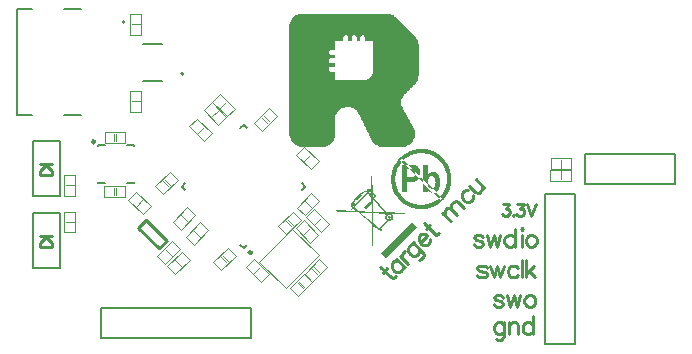
<source format=gto>
G04*
G04 #@! TF.GenerationSoftware,Altium Limited,Altium Designer,23.1.1 (15)*
G04*
G04 Layer_Color=65535*
%FSLAX25Y25*%
%MOIN*%
G70*
G04*
G04 #@! TF.SameCoordinates,C0A30D0B-07C8-471D-B3AC-2C571FC99935*
G04*
G04*
G04 #@! TF.FilePolarity,Positive*
G04*
G01*
G75*
%ADD10C,0.00984*%
%ADD11C,0.00787*%
%ADD12C,0.00394*%
%ADD13C,0.00500*%
%ADD14C,0.00200*%
%ADD15C,0.01000*%
G36*
X133238Y-52021D02*
X133418Y-52036D01*
X133627Y-52051D01*
X133882Y-52066D01*
X134152Y-52110D01*
X134437Y-52140D01*
X134752Y-52201D01*
X135411Y-52335D01*
X135756Y-52425D01*
X136101Y-52530D01*
X136446Y-52665D01*
X136790Y-52800D01*
X136805Y-52815D01*
X136865Y-52830D01*
X136970Y-52875D01*
X137105Y-52950D01*
X137255Y-53025D01*
X137450Y-53130D01*
X137660Y-53235D01*
X137885Y-53370D01*
X138125Y-53520D01*
X138379Y-53685D01*
X138649Y-53864D01*
X138919Y-54044D01*
X139459Y-54479D01*
X139983Y-54974D01*
X139998Y-54989D01*
X140043Y-55034D01*
X140118Y-55108D01*
X140208Y-55213D01*
X140328Y-55348D01*
X140463Y-55498D01*
X140598Y-55678D01*
X140763Y-55888D01*
X140928Y-56113D01*
X141107Y-56353D01*
X141287Y-56622D01*
X141467Y-56892D01*
X141647Y-57192D01*
X141827Y-57507D01*
X142142Y-58166D01*
X142157Y-58182D01*
X142172Y-58241D01*
X142217Y-58346D01*
X142262Y-58481D01*
X142322Y-58646D01*
X142397Y-58856D01*
X142472Y-59081D01*
X142546Y-59336D01*
X142606Y-59605D01*
X142681Y-59920D01*
X142756Y-60235D01*
X142816Y-60580D01*
X142861Y-60925D01*
X142906Y-61299D01*
X142921Y-61674D01*
X142936Y-62064D01*
Y-62094D01*
Y-62154D01*
Y-62274D01*
X142921Y-62409D01*
X142906Y-62603D01*
X142891Y-62813D01*
X142876Y-63053D01*
X142831Y-63323D01*
X142801Y-63623D01*
X142741Y-63923D01*
X142606Y-64582D01*
X142517Y-64927D01*
X142412Y-65272D01*
X142277Y-65617D01*
X142142Y-65961D01*
X142127Y-65976D01*
X142112Y-66036D01*
X142067Y-66141D01*
X141992Y-66261D01*
X141917Y-66426D01*
X141812Y-66606D01*
X141707Y-66816D01*
X141572Y-67041D01*
X141422Y-67280D01*
X141272Y-67535D01*
X141093Y-67805D01*
X140898Y-68075D01*
X140463Y-68629D01*
X139983Y-69169D01*
X139968Y-69184D01*
X139923Y-69229D01*
X139848Y-69304D01*
X139743Y-69394D01*
X139609Y-69514D01*
X139459Y-69649D01*
X139279Y-69799D01*
X139084Y-69949D01*
X138859Y-70129D01*
X138604Y-70308D01*
X138349Y-70488D01*
X138065Y-70668D01*
X137765Y-70833D01*
X137450Y-71013D01*
X136775Y-71328D01*
X136760Y-71343D01*
X136685Y-71358D01*
X136595Y-71403D01*
X136461Y-71448D01*
X136281Y-71508D01*
X136086Y-71568D01*
X135861Y-71643D01*
X135591Y-71702D01*
X135321Y-71777D01*
X135021Y-71852D01*
X134692Y-71912D01*
X134347Y-71972D01*
X133642Y-72062D01*
X133268Y-72077D01*
X132878Y-72092D01*
X132668D01*
X132518Y-72077D01*
X132338Y-72062D01*
X132128Y-72047D01*
X131874Y-72032D01*
X131604Y-72002D01*
X131319Y-71957D01*
X131004Y-71912D01*
X130345Y-71762D01*
X130000Y-71688D01*
X129655Y-71583D01*
X129310Y-71463D01*
X128966Y-71328D01*
X128951Y-71313D01*
X128891Y-71298D01*
X128786Y-71253D01*
X128666Y-71178D01*
X128501Y-71103D01*
X128321Y-71013D01*
X128111Y-70893D01*
X127886Y-70758D01*
X127646Y-70623D01*
X127392Y-70458D01*
X127122Y-70278D01*
X126852Y-70084D01*
X126582Y-69874D01*
X126312Y-69664D01*
X125773Y-69169D01*
X125758Y-69154D01*
X125713Y-69109D01*
X125638Y-69034D01*
X125548Y-68929D01*
X125428Y-68794D01*
X125293Y-68629D01*
X125143Y-68450D01*
X124993Y-68240D01*
X124813Y-68015D01*
X124633Y-67775D01*
X124454Y-67505D01*
X124274Y-67220D01*
X124109Y-66921D01*
X123929Y-66606D01*
X123614Y-65946D01*
X123599Y-65931D01*
X123584Y-65856D01*
X123539Y-65766D01*
X123494Y-65632D01*
X123434Y-65452D01*
X123374Y-65257D01*
X123299Y-65032D01*
X123224Y-64777D01*
X123149Y-64492D01*
X123074Y-64192D01*
X123014Y-63878D01*
X122955Y-63533D01*
X122865Y-62813D01*
X122850Y-62439D01*
X122835Y-62064D01*
Y-62034D01*
Y-61974D01*
Y-61854D01*
X122850Y-61704D01*
X122865Y-61524D01*
X122880Y-61314D01*
X122895Y-61060D01*
X122940Y-60790D01*
X122970Y-60505D01*
X123029Y-60190D01*
X123164Y-59546D01*
X123254Y-59201D01*
X123359Y-58856D01*
X123479Y-58511D01*
X123614Y-58166D01*
X123629Y-58152D01*
X123644Y-58091D01*
X123689Y-57987D01*
X123764Y-57852D01*
X123839Y-57702D01*
X123929Y-57522D01*
X124049Y-57312D01*
X124184Y-57087D01*
X124319Y-56832D01*
X124484Y-56578D01*
X124663Y-56323D01*
X124858Y-56053D01*
X125068Y-55768D01*
X125278Y-55498D01*
X125773Y-54974D01*
X125788Y-54959D01*
X125833Y-54914D01*
X125908Y-54839D01*
X126013Y-54749D01*
X126147Y-54629D01*
X126312Y-54494D01*
X126492Y-54344D01*
X126687Y-54179D01*
X126912Y-54014D01*
X127167Y-53834D01*
X127422Y-53654D01*
X127706Y-53475D01*
X128006Y-53295D01*
X128321Y-53115D01*
X128981Y-52800D01*
X128996Y-52785D01*
X129070Y-52770D01*
X129160Y-52725D01*
X129295Y-52680D01*
X129475Y-52620D01*
X129670Y-52545D01*
X129910Y-52470D01*
X130165Y-52395D01*
X130435Y-52335D01*
X130749Y-52260D01*
X131064Y-52185D01*
X131409Y-52126D01*
X132128Y-52036D01*
X132503Y-52021D01*
X132878Y-52006D01*
X133088D01*
X133238Y-52021D01*
D02*
G37*
G36*
X116617Y-61303D02*
X116672Y-66464D01*
X116708Y-66428D01*
X117880Y-67600D01*
X117081Y-68399D01*
X121051Y-73206D01*
X127439Y-73451D01*
X127403Y-73869D01*
X123050Y-73697D01*
X123159Y-73806D01*
X123178Y-73824D01*
X123232Y-73878D01*
X123287Y-73969D01*
X123368Y-74087D01*
X123441Y-74233D01*
X123505Y-74387D01*
X123550Y-74578D01*
X123559Y-74787D01*
Y-74805D01*
Y-74878D01*
X123532Y-74978D01*
X123505Y-75114D01*
X123450Y-75260D01*
X123387Y-75414D01*
X123296Y-75577D01*
X123159Y-75732D01*
X123105Y-75787D01*
X123059Y-75814D01*
X122941Y-75896D01*
X122787Y-75995D01*
X122596Y-76077D01*
X122369Y-76123D01*
X122251Y-76150D01*
X122124D01*
X121996Y-76132D01*
X121860Y-76104D01*
X119470Y-78494D01*
X119925Y-78949D01*
X119343Y-79530D01*
X118889Y-79076D01*
X118861Y-79085D01*
X118834Y-79094D01*
X118780Y-79112D01*
X118762D01*
X118716Y-79103D01*
X118652Y-79076D01*
X118580Y-79021D01*
X118571Y-79012D01*
X118544Y-79003D01*
X118525Y-78985D01*
X118480Y-78958D01*
X118425Y-78903D01*
X118353Y-78849D01*
X118262Y-78758D01*
X118253Y-78749D01*
X118216Y-78712D01*
X118162Y-78658D01*
X118080Y-78594D01*
X117980Y-78512D01*
X117880Y-78412D01*
X117753Y-78322D01*
X117626Y-78212D01*
X116772Y-77486D01*
X116844Y-84337D01*
X116463Y-84355D01*
X116381Y-77168D01*
X111802Y-73242D01*
X104869Y-72979D01*
X104405Y-72515D01*
X111275Y-72788D01*
X110157Y-71870D01*
X109712Y-72316D01*
X109348Y-71952D01*
X109693Y-71607D01*
Y-71589D01*
X109675Y-71570D01*
Y-71534D01*
X109666Y-71489D01*
X109639Y-71425D01*
X109621Y-71334D01*
X109584Y-71225D01*
Y-71207D01*
X109575Y-71162D01*
X109566Y-71080D01*
X109557Y-70980D01*
X109566Y-70844D01*
X109593Y-70671D01*
X109630Y-70471D01*
X109693Y-70244D01*
X109466Y-70017D01*
X110066Y-69417D01*
X110111Y-69462D01*
X110120Y-69453D01*
X110139Y-69417D01*
X110175Y-69381D01*
X110211Y-69326D01*
X110266Y-69253D01*
X110311Y-69172D01*
X110448Y-68999D01*
X110457Y-68990D01*
X110475Y-68954D01*
X110520Y-68908D01*
X110575Y-68836D01*
X110638Y-68754D01*
X110711Y-68663D01*
X110875Y-68463D01*
X110775Y-68363D01*
X112383Y-66755D01*
X112537Y-66909D01*
X112565Y-66882D01*
X112610Y-66855D01*
X112674Y-66809D01*
X112737Y-66764D01*
X112810Y-66709D01*
X112992Y-66582D01*
X113201Y-66446D01*
X113419Y-66319D01*
X113646Y-66219D01*
X113846Y-66146D01*
X113873Y-66137D01*
X113937Y-66128D01*
X114037Y-66101D01*
X114155Y-66073D01*
X114436Y-66028D01*
X114573Y-66019D01*
X114709Y-66028D01*
Y-66010D01*
Y-65973D01*
Y-65919D01*
X114718Y-65837D01*
X114727Y-65755D01*
X114754Y-65655D01*
X114800Y-65555D01*
X114873Y-65464D01*
X114900Y-65437D01*
X114945Y-65410D01*
X115000Y-65374D01*
X115063Y-65346D01*
X115136Y-65310D01*
X115227Y-65292D01*
X115327Y-65283D01*
X115345D01*
X115372Y-65274D01*
X115418Y-65283D01*
X115481Y-65292D01*
X115636Y-65337D01*
X115709Y-65392D01*
X115781Y-65446D01*
X115790Y-65455D01*
X115808Y-65474D01*
X115836Y-65519D01*
X115872Y-65574D01*
X115899Y-65637D01*
X115936Y-65710D01*
X115954Y-65801D01*
X115963Y-65901D01*
Y-65919D01*
Y-65937D01*
X115954Y-66000D01*
X115936Y-66055D01*
X115918Y-66128D01*
X115890Y-66210D01*
X115836Y-66282D01*
X115772Y-66364D01*
X115754Y-66382D01*
X115690Y-66428D01*
X115600Y-66482D01*
X115481Y-66509D01*
X116008Y-67127D01*
X116254Y-66882D01*
X116199Y-60885D01*
X116617Y-61303D01*
D02*
G37*
G36*
X131328Y-78104D02*
X121070Y-88362D01*
X119543Y-86835D01*
X129801Y-76577D01*
X131328Y-78104D01*
D02*
G37*
%LPC*%
G36*
X128696Y-57267D02*
X127510D01*
X129097Y-58856D01*
X129790D01*
X129925Y-58871D01*
X130000Y-58886D01*
X130030Y-58901D01*
X130180Y-58946D01*
X130315Y-59006D01*
X130435Y-59066D01*
X130540Y-59126D01*
X130614Y-59186D01*
X128696Y-57267D01*
D02*
G37*
G36*
X129097Y-58856D02*
X128141D01*
Y-61449D01*
X129160D01*
X129325Y-61434D01*
X129535D01*
X129745Y-61419D01*
X129955Y-61389D01*
X130135Y-61359D01*
X130195Y-61344D01*
X130255Y-61314D01*
X130270D01*
X130300Y-61284D01*
X130360Y-61254D01*
X130435Y-61209D01*
X130509Y-61134D01*
X130599Y-61060D01*
X130689Y-60970D01*
X130764Y-60850D01*
X130779Y-60835D01*
X130794Y-60805D01*
X130824Y-60745D01*
X130854Y-60655D01*
X130864Y-60625D01*
X129097Y-58856D01*
D02*
G37*
G36*
X136386Y-61075D02*
X136281D01*
X136176Y-61105D01*
X136041Y-61134D01*
X135891Y-61194D01*
X135741Y-61269D01*
X135606Y-61389D01*
X135486Y-61539D01*
X135471Y-61569D01*
X135426Y-61629D01*
X135351Y-61749D01*
X135276Y-61914D01*
X135201Y-62124D01*
X135126Y-62379D01*
X135082Y-62678D01*
X135066Y-63023D01*
Y-63038D01*
Y-63068D01*
Y-63128D01*
Y-63188D01*
X135082Y-63278D01*
Y-63383D01*
X135111Y-63608D01*
X135122Y-63693D01*
X136669Y-65240D01*
X136715Y-65227D01*
X136850Y-65167D01*
X136985Y-65077D01*
X137120Y-64957D01*
X137255Y-64792D01*
X137270Y-64777D01*
X137315Y-64702D01*
X137375Y-64597D01*
X137435Y-64432D01*
X137510Y-64208D01*
X137540Y-64087D01*
X137570Y-63938D01*
X137600Y-63773D01*
X137615Y-63608D01*
X137630Y-63413D01*
X137645Y-63203D01*
Y-63188D01*
Y-63158D01*
Y-63098D01*
Y-63008D01*
X137630Y-62918D01*
Y-62813D01*
X137600Y-62559D01*
X137555Y-62289D01*
X137480Y-62004D01*
X137390Y-61749D01*
X137330Y-61644D01*
X137255Y-61539D01*
X137240Y-61524D01*
X137195Y-61464D01*
X137135Y-61389D01*
X137030Y-61299D01*
X136910Y-61225D01*
X136760Y-61150D01*
X136581Y-61089D01*
X136386Y-61075D01*
D02*
G37*
G36*
X133613Y-62184D02*
Y-63377D01*
X136943Y-66711D01*
X136985D01*
X137165Y-66681D01*
X137315Y-66636D01*
X137465Y-66576D01*
X137750Y-66426D01*
X137812Y-66383D01*
X136669Y-65240D01*
X136610Y-65257D01*
X136521Y-65272D01*
X136461Y-65287D01*
X136311D01*
X136191Y-65272D01*
X135981Y-65212D01*
X135786Y-65092D01*
X135636Y-64972D01*
X135516Y-64837D01*
X135441Y-64732D01*
X135381Y-64642D01*
X135366Y-64627D01*
Y-64612D01*
X135261Y-64387D01*
X135186Y-64132D01*
X135141Y-63863D01*
X135122Y-63693D01*
X133613Y-62184D01*
D02*
G37*
G36*
X133208Y-53430D02*
X132698D01*
X132578Y-53445D01*
X132413D01*
X132233Y-53460D01*
X132024Y-53490D01*
X131784Y-53520D01*
X131544Y-53550D01*
X131274Y-53595D01*
X130704Y-53715D01*
X130105Y-53894D01*
X129805Y-53999D01*
X129505Y-54119D01*
X129490D01*
X129430Y-54149D01*
X129355Y-54194D01*
X129235Y-54239D01*
X129101Y-54314D01*
X128936Y-54389D01*
X128756Y-54494D01*
X128561Y-54599D01*
X128141Y-54869D01*
X127676Y-55184D01*
X127197Y-55543D01*
X127080Y-55652D01*
X128696Y-57267D01*
X129595D01*
X129895Y-57282D01*
X130210Y-57297D01*
X130525Y-57327D01*
X130659Y-57342D01*
X130794Y-57357D01*
X130899Y-57372D01*
X130989Y-57402D01*
X131004D01*
X131019Y-57417D01*
X131109Y-57447D01*
X131244Y-57507D01*
X131394Y-57597D01*
X131574Y-57717D01*
X131769Y-57882D01*
X131949Y-58062D01*
X132114Y-58301D01*
Y-58316D01*
X132128Y-58331D01*
X132158Y-58376D01*
X132188Y-58436D01*
X132218Y-58511D01*
X132248Y-58601D01*
X132338Y-58811D01*
X132413Y-59066D01*
X132488Y-59381D01*
X132533Y-59725D01*
X132548Y-60115D01*
Y-60130D01*
Y-60160D01*
Y-60205D01*
Y-60265D01*
X132533Y-60415D01*
X132518Y-60625D01*
X132488Y-60850D01*
X132455Y-61026D01*
X130719Y-59291D01*
X130794Y-59441D01*
X130839Y-59591D01*
X130884Y-59740D01*
X130899Y-59875D01*
X130914Y-59980D01*
X130929Y-60070D01*
Y-60130D01*
Y-60145D01*
Y-60295D01*
X130899Y-60445D01*
X130884Y-60565D01*
X130864Y-60625D01*
X132126Y-61888D01*
X132128Y-61884D01*
X132203Y-61764D01*
X132263Y-61659D01*
X132293Y-61599D01*
X132308Y-61569D01*
X132383Y-61344D01*
X132443Y-61089D01*
X132455Y-61026D01*
X133613Y-62184D01*
Y-57267D01*
X135126D01*
Y-60610D01*
X135141Y-60595D01*
X135156Y-60565D01*
X135201Y-60520D01*
X135246Y-60460D01*
X135396Y-60310D01*
X135606Y-60130D01*
X135846Y-59965D01*
X136131Y-59815D01*
X136281Y-59755D01*
X136446Y-59711D01*
X136610Y-59680D01*
X136895D01*
X136970Y-59696D01*
X137060Y-59711D01*
X137165Y-59725D01*
X137405Y-59785D01*
X137675Y-59890D01*
X137810Y-59965D01*
X137960Y-60040D01*
X138094Y-60145D01*
X138244Y-60265D01*
X138379Y-60400D01*
X138499Y-60550D01*
X138514Y-60565D01*
X138529Y-60595D01*
X138559Y-60640D01*
X138604Y-60715D01*
X138649Y-60805D01*
X138709Y-60925D01*
X138769Y-61045D01*
X138844Y-61209D01*
X138904Y-61374D01*
X138964Y-61569D01*
X139024Y-61779D01*
X139069Y-62004D01*
X139114Y-62259D01*
X139144Y-62529D01*
X139174Y-62813D01*
Y-63128D01*
Y-63143D01*
Y-63203D01*
Y-63293D01*
X139159Y-63413D01*
Y-63563D01*
X139144Y-63728D01*
X139114Y-63908D01*
X139084Y-64103D01*
X139009Y-64537D01*
X138874Y-64972D01*
X138709Y-65407D01*
X138589Y-65601D01*
X138469Y-65781D01*
X138454Y-65796D01*
X138439Y-65826D01*
X138394Y-65871D01*
X138349Y-65931D01*
X138199Y-66081D01*
X137989Y-66261D01*
X137812Y-66383D01*
X139278Y-67849D01*
X139384Y-67730D01*
X139504Y-67565D01*
X139638Y-67400D01*
X139788Y-67206D01*
X139938Y-66996D01*
X140088Y-66771D01*
X140238Y-66516D01*
X140553Y-65991D01*
X140823Y-65422D01*
X140838Y-65407D01*
X140853Y-65347D01*
X140883Y-65257D01*
X140928Y-65152D01*
X140988Y-65002D01*
X141048Y-64822D01*
X141107Y-64627D01*
X141167Y-64402D01*
X141227Y-64162D01*
X141287Y-63908D01*
X141347Y-63623D01*
X141407Y-63338D01*
X141482Y-62708D01*
X141512Y-62394D01*
Y-62064D01*
Y-62049D01*
Y-61989D01*
Y-61884D01*
X141497Y-61764D01*
Y-61599D01*
X141482Y-61419D01*
X141452Y-61209D01*
X141422Y-60970D01*
X141392Y-60730D01*
X141347Y-60460D01*
X141227Y-59890D01*
X141048Y-59306D01*
X140943Y-59006D01*
X140823Y-58706D01*
X140808Y-58691D01*
X140793Y-58631D01*
X140748Y-58556D01*
X140703Y-58436D01*
X140628Y-58301D01*
X140538Y-58152D01*
X140448Y-57972D01*
X140328Y-57777D01*
X140073Y-57342D01*
X139758Y-56877D01*
X139384Y-56413D01*
X138979Y-55963D01*
X138964Y-55948D01*
X138934Y-55918D01*
X138859Y-55843D01*
X138784Y-55768D01*
X138664Y-55678D01*
X138529Y-55558D01*
X138379Y-55423D01*
X138214Y-55288D01*
X138020Y-55154D01*
X137810Y-55004D01*
X137585Y-54839D01*
X137345Y-54689D01*
X136820Y-54389D01*
X136251Y-54119D01*
X136236Y-54104D01*
X136176Y-54089D01*
X136086Y-54059D01*
X135981Y-54014D01*
X135831Y-53954D01*
X135651Y-53894D01*
X135456Y-53834D01*
X135231Y-53774D01*
X134992Y-53715D01*
X134737Y-53654D01*
X134452Y-53595D01*
X134152Y-53535D01*
X133537Y-53460D01*
X133208Y-53430D01*
D02*
G37*
G36*
X139278Y-67849D02*
X139264Y-67865D01*
X139174Y-67970D01*
X139084Y-68060D01*
X139024Y-68120D01*
X138994Y-68165D01*
X138979Y-68180D01*
X138685Y-68454D01*
X139294Y-69064D01*
X139893Y-68465D01*
X139278Y-67849D01*
D02*
G37*
G36*
X126477Y-55049D02*
X125893Y-55648D01*
X126490Y-56246D01*
X126462Y-56278D01*
X126342Y-56413D01*
X126222Y-56563D01*
X126087Y-56742D01*
X125938Y-56937D01*
X125788Y-57147D01*
X125638Y-57372D01*
X125488Y-57612D01*
X125188Y-58136D01*
X124918Y-58706D01*
Y-58721D01*
X124888Y-58781D01*
X124858Y-58856D01*
X124813Y-58976D01*
X124768Y-59126D01*
X124708Y-59291D01*
X124648Y-59501D01*
X124589Y-59711D01*
X124529Y-59950D01*
X124469Y-60220D01*
X124409Y-60490D01*
X124364Y-60790D01*
X124289Y-61404D01*
X124274Y-61734D01*
X124259Y-62064D01*
Y-62079D01*
Y-62139D01*
Y-62244D01*
X124274Y-62364D01*
Y-62529D01*
X124289Y-62708D01*
X124319Y-62918D01*
X124349Y-63143D01*
X124379Y-63398D01*
X124424Y-63668D01*
X124543Y-64223D01*
X124708Y-64822D01*
X124798Y-65122D01*
X124918Y-65422D01*
X124933Y-65437D01*
X124948Y-65497D01*
X124993Y-65572D01*
X125038Y-65692D01*
X125113Y-65826D01*
X125188Y-65991D01*
X125293Y-66171D01*
X125398Y-66366D01*
X125668Y-66786D01*
X125968Y-67250D01*
X126342Y-67730D01*
X126747Y-68180D01*
X126762Y-68195D01*
X126807Y-68225D01*
X126867Y-68285D01*
X126957Y-68375D01*
X127062Y-68465D01*
X127197Y-68585D01*
X127362Y-68704D01*
X127526Y-68854D01*
X127721Y-68989D01*
X127931Y-69139D01*
X128156Y-69304D01*
X128411Y-69454D01*
X128936Y-69754D01*
X129505Y-70024D01*
X129520D01*
X129580Y-70054D01*
X129670Y-70084D01*
X129775Y-70129D01*
X129925Y-70174D01*
X130105Y-70234D01*
X130300Y-70293D01*
X130525Y-70353D01*
X130764Y-70413D01*
X131034Y-70473D01*
X131304Y-70533D01*
X131604Y-70578D01*
X132218Y-70653D01*
X132548Y-70668D01*
X132878Y-70683D01*
X133058D01*
X133178Y-70668D01*
X133343D01*
X133522Y-70653D01*
X133732Y-70623D01*
X133972Y-70593D01*
X134212Y-70563D01*
X134482Y-70518D01*
X135052Y-70398D01*
X135651Y-70234D01*
X135951Y-70144D01*
X136251Y-70024D01*
X136266Y-70009D01*
X136326Y-69994D01*
X136401Y-69949D01*
X136521Y-69904D01*
X136655Y-69829D01*
X136820Y-69754D01*
X137000Y-69649D01*
X137195Y-69544D01*
X137615Y-69274D01*
X138080Y-68959D01*
X138529Y-68599D01*
X138685Y-68454D01*
X136943Y-66711D01*
X136730D01*
X136640Y-66696D01*
X136505Y-66666D01*
X136356Y-66636D01*
X136191Y-66591D01*
X136011Y-66516D01*
X135831Y-66411D01*
X135816Y-66396D01*
X135756Y-66366D01*
X135681Y-66291D01*
X135561Y-66201D01*
X135441Y-66081D01*
X135306Y-65931D01*
X135171Y-65766D01*
X135021Y-65557D01*
Y-66546D01*
X133613D01*
Y-63377D01*
X132126Y-61888D01*
X132038Y-62019D01*
X131919Y-62169D01*
X131799Y-62319D01*
X131649Y-62469D01*
X131634Y-62484D01*
X131589Y-62514D01*
X131514Y-62574D01*
X131424Y-62634D01*
X131304Y-62708D01*
X131169Y-62783D01*
X131004Y-62843D01*
X130824Y-62903D01*
X130809D01*
X130734Y-62918D01*
X130614Y-62933D01*
X130450Y-62963D01*
X130210Y-62978D01*
X130075Y-62993D01*
X129925Y-63008D01*
X129760D01*
X129580Y-63023D01*
X128141D01*
Y-66546D01*
X126552D01*
Y-57267D01*
X127510D01*
X126490Y-56246D01*
X126552Y-56173D01*
X126642Y-56083D01*
X126702Y-56023D01*
X126732Y-55978D01*
X126747Y-55963D01*
X127080Y-55652D01*
X126477Y-55049D01*
D02*
G37*
G36*
X116672Y-66991D02*
X116690Y-67936D01*
X116853Y-68099D01*
X117317Y-67636D01*
X116672Y-66991D01*
D02*
G37*
G36*
X112365Y-67300D02*
X111338Y-68327D01*
X111592Y-68581D01*
X112619Y-67554D01*
X112365Y-67300D01*
D02*
G37*
G36*
X114564Y-66428D02*
X114446Y-66437D01*
X114382Y-66446D01*
X114291Y-66464D01*
X114282Y-66473D01*
X114246D01*
X114200Y-66482D01*
X114137Y-66509D01*
X114046Y-66546D01*
X113946Y-66573D01*
X113837Y-66628D01*
X113700Y-66691D01*
X113691Y-66700D01*
X113637Y-66718D01*
X113555Y-66764D01*
X113464Y-66818D01*
X113337Y-66891D01*
X113192Y-66982D01*
X113028Y-67091D01*
X112846Y-67218D01*
X113146Y-67518D01*
X111538Y-69126D01*
X111211Y-68799D01*
X111120Y-68890D01*
X111029Y-68999D01*
X110920Y-69126D01*
X110793Y-69290D01*
X110666Y-69453D01*
X110547Y-69626D01*
X110448Y-69799D01*
X110975Y-70326D01*
X114827Y-66473D01*
X114818Y-66464D01*
X114782D01*
X114727Y-66446D01*
X114646Y-66437D01*
X114627D01*
X114564Y-66428D01*
D02*
G37*
G36*
X115209Y-66818D02*
X110475Y-71552D01*
X111992Y-72834D01*
X116354Y-73015D01*
X116326Y-70462D01*
X114564Y-72225D01*
X113891Y-71552D01*
X115899Y-69544D01*
X116281Y-69926D01*
X116290Y-68299D01*
X115563Y-67572D01*
X115727Y-67409D01*
X115209Y-66818D01*
D02*
G37*
G36*
X110057Y-70607D02*
X110048Y-70616D01*
Y-70653D01*
X110030Y-70707D01*
X110020Y-70771D01*
X109993Y-70907D01*
Y-70980D01*
Y-71052D01*
X110002Y-71080D01*
X110011Y-71125D01*
X110030Y-71198D01*
X110057Y-71243D01*
X110375Y-70925D01*
X110057Y-70607D01*
D02*
G37*
G36*
X116690Y-68699D02*
X116735Y-73033D01*
X120524Y-73170D01*
X116763Y-68717D01*
X116735Y-68745D01*
X116690Y-68699D01*
D02*
G37*
G36*
X122187Y-74051D02*
X122078D01*
X122005Y-74069D01*
X121924Y-74097D01*
X121842Y-74124D01*
X121751Y-74178D01*
X121669Y-74242D01*
X121633Y-74278D01*
X121606Y-74324D01*
X121569Y-74378D01*
X121524Y-74460D01*
X121497Y-74560D01*
X121469Y-74660D01*
X121460Y-74778D01*
Y-74796D01*
Y-74832D01*
X121469Y-74896D01*
X121478Y-74960D01*
X121506Y-75041D01*
X121542Y-75132D01*
X121597Y-75223D01*
X121660Y-75305D01*
X121669Y-75314D01*
X121696Y-75341D01*
X121751Y-75378D01*
X121806Y-75414D01*
X121887Y-75459D01*
X121978Y-75496D01*
X122078Y-75523D01*
X122196Y-75532D01*
X122251D01*
X122305Y-75514D01*
X122378Y-75496D01*
X122469Y-75478D01*
X122551Y-75432D01*
X122641Y-75378D01*
X122732Y-75305D01*
X122769Y-75269D01*
X122796Y-75223D01*
X122841Y-75160D01*
X122878Y-75087D01*
X122905Y-75005D01*
X122932Y-74905D01*
Y-74796D01*
Y-74778D01*
Y-74742D01*
X122914Y-74687D01*
X122905Y-74605D01*
X122878Y-74524D01*
X122832Y-74442D01*
X122778Y-74351D01*
X122705Y-74260D01*
X122696Y-74251D01*
X122669Y-74224D01*
X122623Y-74196D01*
X122560Y-74151D01*
X122487Y-74115D01*
X122396Y-74078D01*
X122305Y-74060D01*
X122187Y-74051D01*
D02*
G37*
G36*
X112501Y-73288D02*
X116372Y-76559D01*
X116354Y-73415D01*
X112501Y-73288D01*
D02*
G37*
G36*
X116735Y-73433D02*
X116808Y-76886D01*
X118725Y-78549D01*
X121388Y-75886D01*
X121378Y-75877D01*
X121360Y-75859D01*
X121306Y-75823D01*
X121297Y-75814D01*
X121279Y-75796D01*
X121215Y-75750D01*
X121206Y-75741D01*
X121197Y-75732D01*
X121151Y-75687D01*
X121088Y-75605D01*
X121015Y-75496D01*
X120951Y-75359D01*
X120879Y-75214D01*
X120833Y-75041D01*
X120815Y-74860D01*
Y-74841D01*
Y-74769D01*
X120833Y-74678D01*
X120851Y-74551D01*
X120888Y-74405D01*
X120951Y-74251D01*
X121042Y-74087D01*
X121151Y-73924D01*
X120879Y-73597D01*
X116735Y-73433D01*
D02*
G37*
%LPD*%
G36*
X122305Y-74351D02*
X122396Y-74387D01*
X122505Y-74460D01*
X122514Y-74469D01*
X122551Y-74505D01*
X122587Y-74578D01*
X122632Y-74660D01*
X122660Y-74760D01*
Y-74869D01*
X122623Y-74996D01*
X122551Y-75123D01*
X122532Y-75141D01*
X122451Y-75187D01*
X122342Y-75241D01*
X122278Y-75250D01*
X122196Y-75260D01*
X122187Y-75250D01*
X122160Y-75260D01*
X122069Y-75241D01*
X121960Y-75205D01*
X121896Y-75160D01*
X121842Y-75123D01*
X121833Y-75114D01*
X121824Y-75105D01*
X121787Y-75032D01*
X121742Y-74932D01*
X121733Y-74869D01*
Y-74796D01*
X121742Y-74787D01*
X121733Y-74760D01*
X121760Y-74678D01*
X121806Y-74578D01*
X121887Y-74460D01*
X121905Y-74442D01*
X121969Y-74396D01*
X122069Y-74351D01*
X122196Y-74333D01*
X122232D01*
X122305Y-74351D01*
D02*
G37*
D10*
X24114Y-49606D02*
G03*
X24114Y-49606I-492J0D01*
G01*
X76405Y-86595D02*
G03*
X76405Y-86595I-492J0D01*
G01*
D11*
X34039Y-9736D02*
G03*
X34039Y-9736I-394J0D01*
G01*
X53661Y-26949D02*
G03*
X53661Y-26949I-394J0D01*
G01*
X174134Y-117205D02*
X184134D01*
X174134D02*
Y-67205D01*
X184134Y-117205D02*
Y-67205D01*
X174134D02*
X184134D01*
X187362Y-63661D02*
X217362D01*
Y-53661D01*
X187362D02*
X217362D01*
X187362Y-63661D02*
Y-53661D01*
X76024Y-115236D02*
Y-105236D01*
X26024Y-115236D02*
X76024D01*
X26024Y-105236D02*
X76024D01*
X26024Y-115236D02*
Y-105236D01*
X25000Y-63386D02*
Y-62992D01*
X25000Y-63386D02*
X27559D01*
X25000Y-50787D02*
X27559D01*
X25000Y-51181D02*
Y-50787D01*
X34646D02*
X37205D01*
X37205Y-51181D02*
Y-50787D01*
Y-63386D02*
Y-62992D01*
X34646Y-63386D02*
X37205D01*
X73686Y-85203D02*
X74869Y-84020D01*
X72503D02*
X73686Y-85203D01*
X53085Y-64602D02*
X54268Y-65786D01*
X53085Y-64602D02*
X54268Y-63419D01*
X72503Y-45185D02*
X73686Y-44002D01*
X74869Y-45185D01*
X93104Y-65786D02*
X94287Y-64602D01*
X93104Y-63419D02*
X94287Y-64602D01*
X5874Y-84677D02*
X9874D01*
X3347Y-91831D02*
X12402D01*
X3347Y-73524D02*
X12402D01*
Y-91831D02*
Y-73524D01*
X3347Y-91831D02*
Y-73524D01*
X5874Y-60661D02*
X9874D01*
X3347Y-67815D02*
X12402D01*
X3347Y-49508D02*
X12402D01*
Y-67815D02*
Y-49508D01*
X3347Y-67815D02*
Y-49508D01*
D12*
X179400Y-62178D02*
Y-59422D01*
X182845Y-62670D02*
Y-58930D01*
X175955D02*
X182845D01*
X175955Y-62670D02*
X182845D01*
X175955D02*
Y-58930D01*
X179425Y-58378D02*
Y-55622D01*
X182870Y-58870D02*
Y-55130D01*
X175980D02*
X182870D01*
X175980Y-58870D02*
X182870D01*
X175980D02*
Y-55130D01*
X30315Y-67323D02*
Y-64961D01*
X27264Y-68012D02*
Y-64272D01*
Y-68012D02*
X34154D01*
X27264Y-64272D02*
X34154D01*
Y-68012D02*
Y-64272D01*
X31102Y-67323D02*
Y-64961D01*
X35879Y-39665D02*
X39620D01*
Y-32776D01*
X35879Y-39665D02*
Y-32776D01*
X39620D01*
X36372Y-36220D02*
X39128D01*
X35879Y-7087D02*
X39620D01*
X35879Y-13976D02*
Y-7087D01*
X39620Y-13976D02*
Y-7087D01*
X35879Y-13976D02*
X39620D01*
X36372Y-10531D02*
X39128D01*
X38002Y-71053D02*
X39951Y-69104D01*
X40090Y-73837D02*
X42735Y-71192D01*
X37863Y-66321D02*
X42735Y-71192D01*
X35218Y-68965D02*
X40090Y-73837D01*
X35218Y-68965D02*
X37863Y-66321D01*
X31201Y-49311D02*
Y-46949D01*
X34252Y-50000D02*
Y-46260D01*
X27362D02*
X34252D01*
X27362Y-50000D02*
X34252D01*
X27362D02*
Y-46260D01*
X30413Y-49311D02*
Y-46949D01*
X74490Y-91406D02*
X77135Y-88762D01*
X74490Y-91406D02*
X79362Y-96278D01*
X77135Y-88762D02*
X82006Y-93633D01*
X79362Y-96278D02*
X82006Y-93633D01*
X77274Y-93494D02*
X79222Y-91545D01*
X13878Y-79823D02*
X17618D01*
Y-72933D01*
X13878Y-79823D02*
Y-72933D01*
X17618D01*
X14370Y-76378D02*
X17126D01*
X13878Y-67618D02*
X17618D01*
Y-60728D01*
X13878Y-67618D02*
Y-60728D01*
X17618D01*
X14370Y-64173D02*
X17126D01*
X91124Y-54005D02*
X93768Y-51360D01*
X91124Y-54005D02*
X95995Y-58876D01*
X93768Y-51360D02*
X98640Y-56232D01*
X95995Y-58876D02*
X98640Y-56232D01*
X93907Y-56093D02*
X95856Y-54144D01*
X63140Y-36356D02*
X65785Y-33711D01*
X63140Y-36356D02*
X68012Y-41227D01*
X65785Y-33711D02*
X70657Y-38583D01*
X68012Y-41227D02*
X70657Y-38583D01*
X65924Y-38443D02*
X67873Y-36495D01*
X49834Y-82856D02*
X52479Y-85501D01*
X44962Y-87728D02*
X49834Y-82856D01*
X47607Y-90372D02*
X52479Y-85501D01*
X44962Y-87728D02*
X47607Y-90372D01*
X47746Y-85640D02*
X49695Y-87589D01*
X54952Y-71439D02*
X57597Y-74083D01*
X50080Y-76310D02*
X54952Y-71439D01*
X52725Y-78955D02*
X57597Y-74083D01*
X50080Y-76310D02*
X52725Y-78955D01*
X52864Y-74222D02*
X54813Y-76171D01*
X80447Y-41209D02*
X82117Y-42880D01*
Y-38565D02*
X84762Y-41209D01*
X77246Y-43436D02*
X82117Y-38565D01*
X79890Y-46081D02*
X84762Y-41209D01*
X77246Y-43436D02*
X79890Y-46081D01*
Y-41766D02*
X81561Y-43436D01*
X66111Y-88223D02*
X67781Y-89893D01*
X63466D02*
X66111Y-92538D01*
X70983Y-87666D01*
X63466Y-89893D02*
X68338Y-85021D01*
X70983Y-87666D01*
X66668D02*
X68338Y-89336D01*
X48179Y-91203D02*
X50824Y-93848D01*
X55696Y-88976D01*
X48179Y-91203D02*
X53051Y-86332D01*
X55696Y-88976D01*
X50963Y-89116D02*
X52912Y-91064D01*
X91419Y-71586D02*
X94064Y-74231D01*
X98935Y-69359D01*
X91419Y-71586D02*
X96291Y-66714D01*
X98935Y-69359D01*
X94203Y-69498D02*
X96152Y-71447D01*
X94569Y-74871D02*
X97213Y-72226D01*
X94569Y-74871D02*
X99440Y-79742D01*
X97213Y-72226D02*
X102085Y-77098D01*
X99440Y-79742D02*
X102085Y-77098D01*
X97352Y-76959D02*
X99301Y-75010D01*
X65256Y-43983D02*
X67901Y-41339D01*
X63029Y-36467D02*
X67901Y-41339D01*
X60384Y-39112D02*
X65256Y-43983D01*
X60384Y-39112D02*
X63029Y-36467D01*
X63168Y-41199D02*
X65117Y-39251D01*
X92258Y-96327D02*
X93928Y-97998D01*
Y-93683D02*
X96573Y-96327D01*
X89057Y-98554D02*
X93928Y-93683D01*
X91701Y-101199D02*
X96573Y-96327D01*
X89057Y-98554D02*
X91701Y-101199D01*
Y-96884D02*
X93372Y-98554D01*
X96623Y-91963D02*
X98293Y-93633D01*
X93978D02*
X96623Y-96278D01*
X101495Y-91406D01*
X93978Y-93633D02*
X98850Y-88762D01*
X101495Y-91406D01*
X97179D02*
X98850Y-93076D01*
X88321Y-75658D02*
X89991Y-77328D01*
Y-73013D02*
X92636Y-75658D01*
X85120Y-77885D02*
X89991Y-73013D01*
X87764Y-80530D02*
X92636Y-75658D01*
X85120Y-77885D02*
X87764Y-80530D01*
Y-76215D02*
X89435Y-77885D01*
X60464Y-49428D02*
X63109Y-46783D01*
X58237Y-41911D02*
X63109Y-46783D01*
X55592Y-44556D02*
X60464Y-49428D01*
X55592Y-44556D02*
X58237Y-41911D01*
X58376Y-46644D02*
X60325Y-44695D01*
X91025Y-78414D02*
X93670Y-75769D01*
X91025Y-78414D02*
X95897Y-83286D01*
X93670Y-75769D02*
X98542Y-80641D01*
X95897Y-83286D02*
X98542Y-80641D01*
X93809Y-80502D02*
X95758Y-78553D01*
X54411Y-81428D02*
X57056Y-84073D01*
X61927Y-79201D01*
X54411Y-81428D02*
X59283Y-76557D01*
X61927Y-79201D01*
X57195Y-79341D02*
X59144Y-81289D01*
X46819Y-62829D02*
X48490Y-64499D01*
X44175D02*
X46819Y-67144D01*
X51691Y-62272D01*
X44175Y-64499D02*
X49047Y-59628D01*
X51691Y-62272D01*
X47376D02*
X49047Y-63943D01*
D13*
X-1787Y-5524D02*
X3055D01*
X-1787Y-40720D02*
Y-5524D01*
Y-40720D02*
X3055D01*
X13842D02*
X19512D01*
X13842Y-5524D02*
X19512D01*
X40010Y-17067D02*
X46407D01*
X40010Y-29390D02*
X46407D01*
D14*
X92953Y-6939D02*
X121353D01*
X91753Y-7139D02*
X122553D01*
X91353Y-7339D02*
X122953D01*
X90953Y-7539D02*
X123353D01*
X90553Y-7739D02*
X123553D01*
X90353Y-7939D02*
X123953D01*
X90153Y-8139D02*
X124153D01*
X89953Y-8339D02*
X124353D01*
X89753Y-8539D02*
X124553D01*
X89753Y-8739D02*
X124753D01*
X89553Y-8939D02*
X124953D01*
X89553Y-9139D02*
X125153D01*
X89353Y-9339D02*
X125353D01*
X89353Y-9539D02*
X125553D01*
X89153Y-9739D02*
X125753D01*
X89153Y-9939D02*
X125953D01*
X89153Y-10139D02*
X126153D01*
X89153Y-10339D02*
X126353D01*
X88953Y-10539D02*
X126553D01*
X88953Y-10739D02*
X126753D01*
X88953Y-10939D02*
X126953D01*
X88953Y-11139D02*
X127153D01*
X88953Y-11339D02*
X127353D01*
X88953Y-11539D02*
X127553D01*
X88953Y-11739D02*
X127753D01*
X88953Y-11939D02*
X127953D01*
X88953Y-12139D02*
X128153D01*
X88953Y-12339D02*
X128353D01*
X88953Y-12539D02*
X128553D01*
X88953Y-12739D02*
X128753D01*
X88953Y-12939D02*
X128953D01*
X88953Y-13139D02*
X129153D01*
X88953Y-13339D02*
X129353D01*
X88953Y-13539D02*
X129553D01*
X88953Y-13739D02*
X129753D01*
X88953Y-13939D02*
X107153D01*
X108153D02*
X109953D01*
X110953D02*
X112753D01*
X113753D02*
X129953D01*
X88953Y-14139D02*
X106953D01*
X108353D02*
X109753D01*
X111153D02*
X112553D01*
X113953D02*
X130153D01*
X88953Y-14339D02*
X106753D01*
X108553D02*
X109553D01*
X111153D02*
X112353D01*
X113953D02*
X130353D01*
X88953Y-14539D02*
X106753D01*
X108553D02*
X109553D01*
X111353D02*
X112153D01*
X114153D02*
X130553D01*
X88953Y-14739D02*
X106553D01*
X108553D02*
X109353D01*
X111353D02*
X112153D01*
X114153D02*
X130753D01*
X88953Y-14939D02*
X106553D01*
X108553D02*
X109353D01*
X111353D02*
X112153D01*
X114153D02*
X130753D01*
X88953Y-15139D02*
X106553D01*
X108553D02*
X109353D01*
X111353D02*
X112153D01*
X114153D02*
X130953D01*
X88953Y-15339D02*
X106553D01*
X108553D02*
X109353D01*
X111353D02*
X112153D01*
X114153D02*
X131153D01*
X88953Y-15539D02*
X106553D01*
X108553D02*
X109353D01*
X111353D02*
X112153D01*
X114153D02*
X131153D01*
X88953Y-15739D02*
X106553D01*
X108553D02*
X109353D01*
X111353D02*
X112153D01*
X114153D02*
X131353D01*
X88953Y-15939D02*
X103753D01*
X116953D02*
X131353D01*
X88953Y-16139D02*
X103753D01*
X116953D02*
X131553D01*
X88953Y-16339D02*
X103753D01*
X116953D02*
X131553D01*
X88953Y-16539D02*
X103753D01*
X116953D02*
X131553D01*
X88953Y-16739D02*
X103753D01*
X116953D02*
X131553D01*
X88953Y-16939D02*
X103753D01*
X116953D02*
X131553D01*
X88953Y-17139D02*
X103753D01*
X116953D02*
X131753D01*
X88953Y-17339D02*
X103753D01*
X116953D02*
X131753D01*
X88953Y-17539D02*
X103753D01*
X116953D02*
X131753D01*
X88953Y-17739D02*
X103753D01*
X116953D02*
X131753D01*
X88953Y-17939D02*
X103753D01*
X116953D02*
X131753D01*
X88953Y-18139D02*
X103753D01*
X116953D02*
X131753D01*
X88953Y-18339D02*
X103753D01*
X116953D02*
X131753D01*
X88953Y-18539D02*
X103753D01*
X116953D02*
X131753D01*
X88953Y-18739D02*
X103753D01*
X116953D02*
X131753D01*
X88953Y-18939D02*
X102153D01*
X116953D02*
X131753D01*
X88953Y-19139D02*
X101953D01*
X116953D02*
X131753D01*
X88953Y-19339D02*
X101753D01*
X116953D02*
X131753D01*
X88953Y-19539D02*
X101753D01*
X116953D02*
X131753D01*
X88953Y-19739D02*
X101753D01*
X116953D02*
X131753D01*
X88953Y-19939D02*
X101753D01*
X116953D02*
X131753D01*
X88953Y-20139D02*
X101753D01*
X116953D02*
X131753D01*
X88953Y-20339D02*
X101953D01*
X116953D02*
X131753D01*
X88953Y-20539D02*
X102153D01*
X116953D02*
X131753D01*
X88953Y-20739D02*
X103753D01*
X116953D02*
X131753D01*
X88953Y-20939D02*
X103753D01*
X116953D02*
X131753D01*
X88953Y-21139D02*
X103753D01*
X116953D02*
X131753D01*
X88953Y-21339D02*
X103753D01*
X116953D02*
X131753D01*
X88953Y-21539D02*
X103753D01*
X116953D02*
X131753D01*
X88953Y-21739D02*
X102153D01*
X116953D02*
X131753D01*
X88953Y-21939D02*
X101953D01*
X116953D02*
X131753D01*
X88953Y-22139D02*
X101753D01*
X116953D02*
X131753D01*
X88953Y-22339D02*
X101753D01*
X116953D02*
X131753D01*
X88953Y-22539D02*
X101753D01*
X116953D02*
X131753D01*
X88953Y-22739D02*
X101753D01*
X116953D02*
X131753D01*
X88953Y-22939D02*
X101753D01*
X116953D02*
X131753D01*
X88953Y-23139D02*
X101953D01*
X116953D02*
X131753D01*
X88953Y-23339D02*
X102153D01*
X116953D02*
X131753D01*
X88953Y-23539D02*
X103753D01*
X116953D02*
X131753D01*
X88953Y-23739D02*
X103753D01*
X116953D02*
X131753D01*
X88953Y-23939D02*
X103753D01*
X116953D02*
X131753D01*
X88953Y-24139D02*
X103753D01*
X116953D02*
X131753D01*
X88953Y-24339D02*
X103753D01*
X116953D02*
X131753D01*
X88953Y-24539D02*
X102153D01*
X116953D02*
X131753D01*
X88953Y-24739D02*
X101953D01*
X116953D02*
X131753D01*
X88953Y-24939D02*
X101753D01*
X116953D02*
X131753D01*
X88953Y-25139D02*
X101753D01*
X116953D02*
X131753D01*
X88953Y-25339D02*
X101753D01*
X116953D02*
X131753D01*
X88953Y-25539D02*
X101753D01*
X116953D02*
X131753D01*
X88953Y-25739D02*
X101753D01*
X116953D02*
X131753D01*
X88953Y-25939D02*
X101953D01*
X116953D02*
X131753D01*
X88953Y-26139D02*
X102153D01*
X116753D02*
X131753D01*
X88953Y-26339D02*
X103753D01*
X116753D02*
X131753D01*
X88953Y-26539D02*
X103753D01*
X116753D02*
X131753D01*
X88953Y-26739D02*
X103753D01*
X116753D02*
X131753D01*
X88953Y-26939D02*
X103753D01*
X116553D02*
X131753D01*
X88953Y-27139D02*
X103753D01*
X116553D02*
X131753D01*
X88953Y-27339D02*
X103753D01*
X116353D02*
X131753D01*
X88953Y-27539D02*
X103753D01*
X116353D02*
X131753D01*
X88953Y-27739D02*
X103753D01*
X116153D02*
X131553D01*
X88953Y-27939D02*
X103753D01*
X115953D02*
X131553D01*
X88953Y-28139D02*
X103753D01*
X115753D02*
X131553D01*
X88953Y-28339D02*
X103753D01*
X115553D02*
X131553D01*
X88953Y-28539D02*
X103753D01*
X115353D02*
X131553D01*
X88953Y-28739D02*
X103753D01*
X114953D02*
X131353D01*
X88953Y-28939D02*
X103753D01*
X114353D02*
X131353D01*
X88953Y-29139D02*
X131353D01*
X88953Y-29339D02*
X131153D01*
X88953Y-29539D02*
X130953D01*
X88953Y-29739D02*
X130953D01*
X88953Y-29939D02*
X130753D01*
X88953Y-30139D02*
X130553D01*
X88953Y-30339D02*
X130353D01*
X88953Y-30539D02*
X130153D01*
X88953Y-30739D02*
X129953D01*
X88953Y-30939D02*
X129753D01*
X88953Y-31139D02*
X129553D01*
X88953Y-31339D02*
X129353D01*
X88953Y-31539D02*
X129153D01*
X88953Y-31739D02*
X128953D01*
X88953Y-31939D02*
X128753D01*
X88953Y-32139D02*
X128553D01*
X88953Y-32339D02*
X128353D01*
X88953Y-32539D02*
X128153D01*
X88953Y-32739D02*
X127953D01*
X88953Y-32939D02*
X127753D01*
X88953Y-33139D02*
X127553D01*
X88953Y-33339D02*
X127353D01*
X88953Y-33539D02*
X127153D01*
X88953Y-33739D02*
X126953D01*
X88953Y-33939D02*
X126753D01*
X88953Y-34139D02*
X126553D01*
X88953Y-34339D02*
X126553D01*
X88953Y-34539D02*
X126353D01*
X88953Y-34739D02*
X126353D01*
X88953Y-34939D02*
X126153D01*
X88953Y-35139D02*
X126153D01*
X88953Y-35339D02*
X125953D01*
X88953Y-35539D02*
X125953D01*
X88953Y-35739D02*
X125953D01*
X88953Y-35939D02*
X125953D01*
X88953Y-36139D02*
X125953D01*
X88953Y-36339D02*
X125953D01*
X88953Y-36539D02*
X125953D01*
X88953Y-36739D02*
X125953D01*
X88953Y-36939D02*
X125953D01*
X88953Y-37139D02*
X125953D01*
X88953Y-37339D02*
X125953D01*
X88953Y-37539D02*
X125953D01*
X88953Y-37739D02*
X126153D01*
X88953Y-37939D02*
X107153D01*
X109353D02*
X126153D01*
X88953Y-38139D02*
X106353D01*
X109953D02*
X126353D01*
X88953Y-38339D02*
X105953D01*
X110353D02*
X126353D01*
X88953Y-38539D02*
X105553D01*
X110753D02*
X126553D01*
X88953Y-38739D02*
X105353D01*
X110953D02*
X126553D01*
X88953Y-38939D02*
X105153D01*
X111353D02*
X126753D01*
X88953Y-39139D02*
X104953D01*
X111553D02*
X126753D01*
X88953Y-39339D02*
X104753D01*
X111553D02*
X126953D01*
X88953Y-39539D02*
X104553D01*
X111753D02*
X126953D01*
X88953Y-39739D02*
X104553D01*
X111953D02*
X127153D01*
X88953Y-39939D02*
X104353D01*
X111953D02*
X127353D01*
X88953Y-40139D02*
X104153D01*
X112153D02*
X127353D01*
X88953Y-40339D02*
X104153D01*
X112153D02*
X127553D01*
X88953Y-40539D02*
X104153D01*
X112353D02*
X127553D01*
X88953Y-40739D02*
X103953D01*
X112353D02*
X127753D01*
X88953Y-40939D02*
X103953D01*
X112553D02*
X127753D01*
X88953Y-41139D02*
X103953D01*
X112553D02*
X127953D01*
X88953Y-41339D02*
X103953D01*
X112753D02*
X127953D01*
X88953Y-41539D02*
X103953D01*
X112753D02*
X128153D01*
X88953Y-41739D02*
X103753D01*
X112953D02*
X128153D01*
X88953Y-41939D02*
X103753D01*
X112953D02*
X128353D01*
X88953Y-42139D02*
X103753D01*
X113153D02*
X128353D01*
X88953Y-42339D02*
X103753D01*
X113153D02*
X128553D01*
X88953Y-42539D02*
X103753D01*
X113353D02*
X128753D01*
X88953Y-42739D02*
X103753D01*
X113353D02*
X128753D01*
X88953Y-42939D02*
X103753D01*
X113553D02*
X128953D01*
X88953Y-43139D02*
X103753D01*
X113553D02*
X128953D01*
X88953Y-43339D02*
X103753D01*
X113753D02*
X129153D01*
X88953Y-43539D02*
X103753D01*
X113753D02*
X129153D01*
X88953Y-43739D02*
X103753D01*
X113953D02*
X129353D01*
X88953Y-43939D02*
X103753D01*
X113953D02*
X129353D01*
X88953Y-44139D02*
X103753D01*
X114153D02*
X129553D01*
X88953Y-44339D02*
X103753D01*
X114153D02*
X129553D01*
X88953Y-44539D02*
X103753D01*
X114153D02*
X129753D01*
X88953Y-44739D02*
X103753D01*
X114353D02*
X129953D01*
X88953Y-44939D02*
X103753D01*
X114353D02*
X129953D01*
X88953Y-45139D02*
X103753D01*
X114553D02*
X130153D01*
X88953Y-45339D02*
X103753D01*
X114553D02*
X130153D01*
X88953Y-45539D02*
X103753D01*
X114753D02*
X130153D01*
X88953Y-45739D02*
X103753D01*
X114753D02*
X130353D01*
X88953Y-45939D02*
X103753D01*
X114953D02*
X130353D01*
X88953Y-46139D02*
X103753D01*
X114953D02*
X130353D01*
X88953Y-46339D02*
X103753D01*
X115153D02*
X130353D01*
X88953Y-46539D02*
X103753D01*
X115153D02*
X130353D01*
X88953Y-46739D02*
X103753D01*
X115353D02*
X130353D01*
X88953Y-46939D02*
X103753D01*
X115353D02*
X130353D01*
X88953Y-47139D02*
X103753D01*
X115553D02*
X130353D01*
X88953Y-47339D02*
X103753D01*
X115553D02*
X130353D01*
X89153Y-47539D02*
X103753D01*
X115753D02*
X130353D01*
X89153Y-47739D02*
X103753D01*
X115753D02*
X130353D01*
X89153Y-47939D02*
X103753D01*
X115953D02*
X130353D01*
X89153Y-48139D02*
X103753D01*
X115953D02*
X130353D01*
X89353Y-48339D02*
X103553D01*
X116153D02*
X130153D01*
X89353Y-48539D02*
X103553D01*
X116153D02*
X130153D01*
X89353Y-48739D02*
X103553D01*
X116153D02*
X129953D01*
X89553Y-48939D02*
X103353D01*
X116353D02*
X129953D01*
X89553Y-49139D02*
X103153D01*
X116553D02*
X129753D01*
X89753Y-49339D02*
X103153D01*
X116553D02*
X129753D01*
X89953Y-49539D02*
X102953D01*
X116753D02*
X129553D01*
X90153Y-49739D02*
X102753D01*
X116953D02*
X129353D01*
X90353Y-49939D02*
X102553D01*
X117153D02*
X129153D01*
X90553Y-50139D02*
X102353D01*
X117353D02*
X128953D01*
X90753Y-50339D02*
X102153D01*
X117553D02*
X128753D01*
X91153Y-50539D02*
X101753D01*
X117953D02*
X128353D01*
X91553Y-50739D02*
X101353D01*
X118353D02*
X127953D01*
X92153Y-50939D02*
X100753D01*
X118953D02*
X127353D01*
X78907Y-89643D02*
X89938Y-78612D01*
X87817Y-98553D02*
X98848Y-87522D01*
X78907Y-89643D02*
X87817Y-98553D01*
X89938Y-78612D02*
X98848Y-87522D01*
D15*
X45495Y-85211D02*
X48001Y-82705D01*
X38535Y-78251D02*
X45495Y-85211D01*
X38535Y-78251D02*
X41041Y-75745D01*
X48001Y-82705D01*
X5874Y-84677D02*
X9874D01*
X5874D02*
Y-83496D01*
X7874Y-81496D01*
X9874Y-83496D01*
Y-84677D02*
Y-83496D01*
X5874Y-81102D02*
X9843D01*
X5874Y-60661D02*
X9874D01*
X5874D02*
Y-59480D01*
X7874Y-57480D01*
X9874Y-59480D01*
Y-60661D02*
Y-59480D01*
X5874Y-57087D02*
X9843D01*
X119256Y-91292D02*
X122636Y-94671D01*
X123431Y-95069D01*
X124028Y-94870D01*
X124425Y-94472D01*
X120051Y-93280D02*
X121443Y-91888D01*
X124624Y-88707D02*
X127407Y-91490D01*
X125220Y-89304D02*
X124425Y-89304D01*
X123829Y-89502D01*
X123232Y-90099D01*
X123033Y-90695D01*
Y-91490D01*
X123431Y-92286D01*
X123829Y-92683D01*
X124624Y-93081D01*
X125419D01*
X126016Y-92882D01*
X126612Y-92286D01*
X126811Y-91689D01*
Y-90894D01*
X125737Y-87594D02*
X128521Y-90377D01*
X126930Y-88787D02*
X126532Y-87991D01*
Y-87196D01*
X126731Y-86600D01*
X127328Y-86003D01*
X130091Y-83240D02*
X133272Y-86421D01*
X133670Y-87216D01*
X133670Y-87614D01*
X133471Y-88210D01*
X132874Y-88807D01*
X132278Y-89005D01*
X130687Y-83836D02*
X129892Y-83836D01*
X129296Y-84035D01*
X128699Y-84632D01*
X128501Y-85228D01*
Y-86023D01*
X128898Y-86818D01*
X129296Y-87216D01*
X130091Y-87614D01*
X130886D01*
X131483Y-87415D01*
X132079Y-86818D01*
X132278Y-86222D01*
Y-85427D01*
X132397Y-83319D02*
X134783Y-80934D01*
X134385Y-80536D01*
X133789Y-80337D01*
X133391Y-80337D01*
X132795Y-80536D01*
X132198Y-81133D01*
X132000Y-81729D01*
Y-82524D01*
X132397Y-83319D01*
X132795Y-83717D01*
X133590Y-84115D01*
X134385D01*
X134982Y-83916D01*
X135578Y-83319D01*
X135777Y-82723D01*
X135777Y-81928D01*
X133689Y-76858D02*
X137069Y-80238D01*
X137864Y-80636D01*
X138461Y-80437D01*
X138858Y-80039D01*
X134485Y-78846D02*
X135876Y-77455D01*
X139952Y-73379D02*
X142735Y-76162D01*
X140747Y-74174D02*
Y-72982D01*
X140946Y-72385D01*
X141542Y-71789D01*
X142139Y-71590D01*
X142934Y-71987D01*
X144922Y-73976D01*
X142934Y-71987D02*
Y-70795D01*
X143133Y-70198D01*
X143729Y-69602D01*
X144326Y-69403D01*
X145121Y-69801D01*
X147109Y-71789D01*
X148620Y-65904D02*
X147825Y-65904D01*
X147228Y-66103D01*
X146632Y-66699D01*
X146433Y-67296D01*
Y-68091D01*
X146831Y-68886D01*
X147228Y-69284D01*
X148023Y-69681D01*
X148819D01*
X149415Y-69483D01*
X150012Y-68886D01*
X150210Y-68290D01*
X150210Y-67494D01*
X148918Y-64413D02*
X150906Y-66401D01*
X151701Y-66799D01*
X152298Y-66600D01*
X152894Y-66004D01*
X153093Y-65407D01*
Y-64214D01*
X151105Y-62226D02*
X153888Y-65009D01*
X153486Y-81553D02*
X153205Y-80991D01*
X152362Y-80709D01*
X151518D01*
X150675Y-80991D01*
X150394Y-81553D01*
X150675Y-82115D01*
X151237Y-82396D01*
X152643Y-82678D01*
X153205Y-82959D01*
X153486Y-83521D01*
Y-83802D01*
X153205Y-84364D01*
X152362Y-84646D01*
X151518D01*
X150675Y-84364D01*
X150394Y-83802D01*
X154724Y-80709D02*
X155848Y-84646D01*
X156973Y-80709D02*
X155848Y-84646D01*
X156973Y-80709D02*
X158097Y-84646D01*
X159222Y-80709D02*
X158097Y-84646D01*
X163973Y-78741D02*
Y-84646D01*
Y-81553D02*
X163411Y-80991D01*
X162849Y-80709D01*
X162005D01*
X161443Y-80991D01*
X160881Y-81553D01*
X160600Y-82396D01*
Y-82959D01*
X160881Y-83802D01*
X161443Y-84364D01*
X162005Y-84646D01*
X162849D01*
X163411Y-84364D01*
X163973Y-83802D01*
X166110Y-78741D02*
X166391Y-79023D01*
X166673Y-78741D01*
X166391Y-78460D01*
X166110Y-78741D01*
X166391Y-80709D02*
Y-84646D01*
X169119Y-80709D02*
X168556Y-80991D01*
X167994Y-81553D01*
X167713Y-82396D01*
Y-82959D01*
X167994Y-83802D01*
X168556Y-84364D01*
X169119Y-84646D01*
X169962D01*
X170524Y-84364D01*
X171087Y-83802D01*
X171368Y-82959D01*
Y-82396D01*
X171087Y-81553D01*
X170524Y-80991D01*
X169962Y-80709D01*
X169119D01*
X154667Y-91789D02*
X154386Y-91227D01*
X153543Y-90946D01*
X152699D01*
X151856Y-91227D01*
X151575Y-91789D01*
X151856Y-92352D01*
X152418Y-92633D01*
X153824Y-92914D01*
X154386Y-93195D01*
X154667Y-93757D01*
Y-94038D01*
X154386Y-94601D01*
X153543Y-94882D01*
X152699D01*
X151856Y-94601D01*
X151575Y-94038D01*
X155905Y-90946D02*
X157029Y-94882D01*
X158154Y-90946D02*
X157029Y-94882D01*
X158154Y-90946D02*
X159278Y-94882D01*
X160403Y-90946D02*
X159278Y-94882D01*
X165155Y-91789D02*
X164592Y-91227D01*
X164030Y-90946D01*
X163187D01*
X162624Y-91227D01*
X162062Y-91789D01*
X161781Y-92633D01*
Y-93195D01*
X162062Y-94038D01*
X162624Y-94601D01*
X163187Y-94882D01*
X164030D01*
X164592Y-94601D01*
X165155Y-94038D01*
X166420Y-88978D02*
Y-94882D01*
X167657Y-88978D02*
Y-94882D01*
X170468Y-90946D02*
X167657Y-93757D01*
X168781Y-92633D02*
X170749Y-94882D01*
X160179Y-101632D02*
X159898Y-101069D01*
X159055Y-100788D01*
X158211D01*
X157368Y-101069D01*
X157087Y-101632D01*
X157368Y-102194D01*
X157930Y-102475D01*
X159336Y-102756D01*
X159898Y-103038D01*
X160179Y-103600D01*
Y-103881D01*
X159898Y-104443D01*
X159055Y-104724D01*
X158211D01*
X157368Y-104443D01*
X157087Y-103881D01*
X161416Y-100788D02*
X162541Y-104724D01*
X163666Y-100788D02*
X162541Y-104724D01*
X163666Y-100788D02*
X164790Y-104724D01*
X165915Y-100788D02*
X164790Y-104724D01*
X168698Y-100788D02*
X168136Y-101069D01*
X167574Y-101632D01*
X167292Y-102475D01*
Y-103038D01*
X167574Y-103881D01*
X168136Y-104443D01*
X168698Y-104724D01*
X169542D01*
X170104Y-104443D01*
X170666Y-103881D01*
X170948Y-103038D01*
Y-102475D01*
X170666Y-101632D01*
X170104Y-101069D01*
X169542Y-100788D01*
X168698D01*
X160460Y-109843D02*
Y-114342D01*
X160179Y-115185D01*
X159898Y-115466D01*
X159336Y-115748D01*
X158492D01*
X157930Y-115466D01*
X160460Y-110687D02*
X159898Y-110125D01*
X159336Y-109843D01*
X158492D01*
X157930Y-110125D01*
X157368Y-110687D01*
X157087Y-111530D01*
Y-112093D01*
X157368Y-112936D01*
X157930Y-113498D01*
X158492Y-113779D01*
X159336D01*
X159898Y-113498D01*
X160460Y-112936D01*
X162035Y-109843D02*
Y-113779D01*
Y-110968D02*
X162878Y-110125D01*
X163441Y-109843D01*
X164284D01*
X164847Y-110125D01*
X165128Y-110968D01*
Y-113779D01*
X170048Y-107875D02*
Y-113779D01*
Y-110687D02*
X169485Y-110125D01*
X168923Y-109843D01*
X168080D01*
X167517Y-110125D01*
X166955Y-110687D01*
X166674Y-111530D01*
Y-112093D01*
X166955Y-112936D01*
X167517Y-113498D01*
X168080Y-113779D01*
X168923D01*
X169485Y-113498D01*
X170048Y-112936D01*
X160217Y-70473D02*
X162279D01*
X161155Y-71973D01*
X161717D01*
X162092Y-72160D01*
X162279Y-72348D01*
X162467Y-72910D01*
Y-73285D01*
X162279Y-73847D01*
X161904Y-74222D01*
X161342Y-74410D01*
X160780D01*
X160217Y-74222D01*
X160030Y-74035D01*
X159843Y-73660D01*
X163535Y-74035D02*
X163348Y-74222D01*
X163535Y-74410D01*
X163723Y-74222D01*
X163535Y-74035D01*
X164960Y-70473D02*
X167021D01*
X165897Y-71973D01*
X166459D01*
X166834Y-72160D01*
X167021Y-72348D01*
X167209Y-72910D01*
Y-73285D01*
X167021Y-73847D01*
X166647Y-74222D01*
X166084Y-74410D01*
X165522D01*
X164960Y-74222D01*
X164772Y-74035D01*
X164585Y-73660D01*
X168090Y-70473D02*
X169589Y-74410D01*
X171089Y-70473D02*
X169589Y-74410D01*
M02*

</source>
